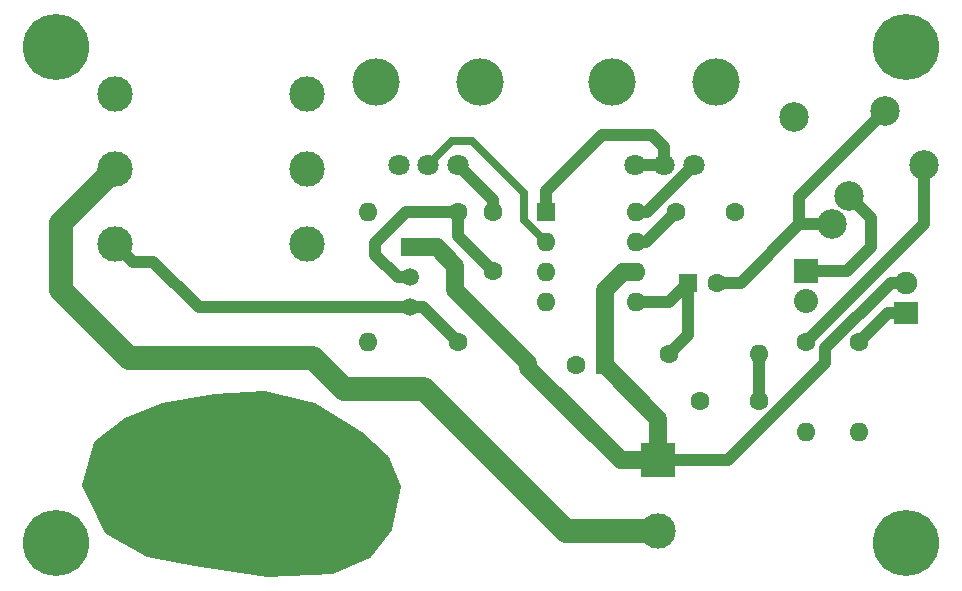
<source format=gtl>
G04 #@! TF.GenerationSoftware,KiCad,Pcbnew,no-vcs-found-8c7175b~60~ubuntu16.04.1*
G04 #@! TF.CreationDate,2017-09-13T21:37:39+02:00*
G04 #@! TF.ProjectId,ruby,727562792E6B696361645F7063620000,rev?*
G04 #@! TF.SameCoordinates,Original*
G04 #@! TF.FileFunction,Copper,L1,Top,Signal*
G04 #@! TF.FilePolarity,Positive*
%FSLAX46Y46*%
G04 Gerber Fmt 4.6, Leading zero omitted, Abs format (unit mm)*
G04 Created by KiCad (PCBNEW no-vcs-found-8c7175b~60~ubuntu16.04.1) date Wed Sep 13 21:37:39 2017*
%MOMM*%
%LPD*%
G01*
G04 APERTURE LIST*
%ADD10C,1.800000*%
%ADD11C,4.000000*%
%ADD12C,5.600000*%
%ADD13C,3.000000*%
%ADD14C,1.600000*%
%ADD15R,1.600000X1.600000*%
%ADD16R,3.000000X3.000000*%
%ADD17R,1.520000X1.520000*%
%ADD18C,1.520000*%
%ADD19O,1.600000X1.600000*%
%ADD20O,2.032000X2.032000*%
%ADD21R,2.032000X2.032000*%
%ADD22C,2.500000*%
%ADD23C,1.900000*%
%ADD24R,2.000000X1.900000*%
%ADD25C,1.000000*%
%ADD26C,1.500000*%
%ADD27C,2.000000*%
%ADD28C,0.700000*%
%ADD29C,0.254000*%
G04 APERTURE END LIST*
D10*
X123000000Y-74000000D03*
X125500000Y-74000000D03*
X128000000Y-74000000D03*
D11*
X121100000Y-67000000D03*
X129900000Y-67000000D03*
X109900000Y-67000000D03*
X101100000Y-67000000D03*
D10*
X108000000Y-74000000D03*
X105500000Y-74000000D03*
X103000000Y-74000000D03*
D12*
X146000000Y-64000000D03*
X146000000Y-106000000D03*
X74000000Y-106000000D03*
X74000000Y-64000000D03*
D13*
X79000000Y-68000000D03*
X79000000Y-80700000D03*
X79000000Y-74350000D03*
X95230000Y-68000000D03*
X95230000Y-80700000D03*
X95230000Y-74350000D03*
D14*
X111000000Y-83000000D03*
X111000000Y-78000000D03*
X118000000Y-91000000D03*
D15*
X120500000Y-91000000D03*
D14*
X126500000Y-78000000D03*
X131500000Y-78000000D03*
X133500000Y-94000000D03*
X128500000Y-94000000D03*
X130000000Y-84000000D03*
D15*
X127500000Y-84000000D03*
D16*
X125000000Y-99000000D03*
D13*
X125000000Y-105000000D03*
D17*
X104000000Y-81000000D03*
D18*
X104000000Y-86080000D03*
X104000000Y-83540000D03*
D19*
X100380000Y-89000000D03*
D14*
X108000000Y-89000000D03*
X108000000Y-78000000D03*
D19*
X100380000Y-78000000D03*
D14*
X125880000Y-90000000D03*
D19*
X133500000Y-90000000D03*
X137500000Y-96620000D03*
D14*
X137500000Y-89000000D03*
D19*
X123120000Y-78000000D03*
X115500000Y-85620000D03*
X123120000Y-80540000D03*
X115500000Y-83080000D03*
X123120000Y-83080000D03*
X115500000Y-80540000D03*
X123120000Y-85620000D03*
D15*
X115500000Y-78000000D03*
D20*
X137500000Y-85540000D03*
D21*
X137500000Y-83000000D03*
D22*
X147500000Y-74000000D03*
X144200000Y-69450000D03*
X136500000Y-70000000D03*
X139700000Y-79050000D03*
X141100000Y-76650000D03*
D23*
X146000000Y-84000000D03*
D24*
X146000000Y-86540000D03*
D19*
X142000000Y-96620000D03*
D14*
X142000000Y-89000000D03*
D25*
X108000000Y-78000000D02*
X108000000Y-80000000D01*
X108000000Y-80000000D02*
X111000000Y-83000000D01*
X101000000Y-80600000D02*
X103600000Y-78000000D01*
X103600000Y-78000000D02*
X108000000Y-78000000D01*
X101000000Y-81614802D02*
X101000000Y-80600000D01*
X104000000Y-83540000D02*
X102925198Y-83540000D01*
X102925198Y-83540000D02*
X101000000Y-81614802D01*
X111000000Y-78000000D02*
X111000000Y-77000000D01*
X111000000Y-77000000D02*
X108000000Y-74000000D01*
X146000000Y-84000000D02*
X144656498Y-84000000D01*
X144656498Y-84000000D02*
X139100001Y-89556497D01*
X139100001Y-89556497D02*
X139100001Y-90768001D01*
X139100001Y-90768001D02*
X130868002Y-99000000D01*
X130868002Y-99000000D02*
X127500000Y-99000000D01*
X127500000Y-99000000D02*
X125000000Y-99000000D01*
D26*
X120500000Y-91000000D02*
X120500000Y-84568630D01*
X120500000Y-84568630D02*
X121988630Y-83080000D01*
X121988630Y-83080000D02*
X123120000Y-83080000D01*
X125000000Y-99000000D02*
X125000000Y-95500000D01*
X125000000Y-95500000D02*
X120500000Y-91000000D01*
X114000000Y-91200000D02*
X121800000Y-99000000D01*
X121800000Y-99000000D02*
X125000000Y-99000000D01*
X114000000Y-90800000D02*
X114000000Y-91200000D01*
X107800000Y-84600000D02*
X114000000Y-90800000D01*
X107800000Y-82540000D02*
X107800000Y-84600000D01*
X104000000Y-81000000D02*
X106260000Y-81000000D01*
X106260000Y-81000000D02*
X107800000Y-82540000D01*
D25*
X123760000Y-99000000D02*
X125000000Y-99000000D01*
X123120000Y-80540000D02*
X123960000Y-80540000D01*
X123960000Y-80540000D02*
X126500000Y-78000000D01*
X133500000Y-90000000D02*
X133500000Y-94000000D01*
X136950000Y-79050000D02*
X136950000Y-76700000D01*
X136950000Y-76700000D02*
X144200000Y-69450000D01*
X132000000Y-84000000D02*
X136950000Y-79050000D01*
X136950000Y-79050000D02*
X139700000Y-79050000D01*
X130000000Y-84000000D02*
X132000000Y-84000000D01*
X127500000Y-84000000D02*
X127500000Y-88380000D01*
X127500000Y-88380000D02*
X125880000Y-90000000D01*
X123120000Y-85620000D02*
X125880000Y-85620000D01*
X125880000Y-85620000D02*
X127500000Y-84000000D01*
D27*
X74400000Y-84600000D02*
X74400000Y-78950000D01*
X74400000Y-78950000D02*
X79000000Y-74350000D01*
X80200000Y-90400000D02*
X74400000Y-84600000D01*
X95800000Y-90400000D02*
X80200000Y-90400000D01*
X98400000Y-93000000D02*
X95800000Y-90400000D01*
X105200000Y-93000000D02*
X98400000Y-93000000D01*
X117200000Y-105000000D02*
X105200000Y-93000000D01*
X125000000Y-105000000D02*
X117200000Y-105000000D01*
D25*
X104000000Y-86080000D02*
X105080000Y-86080000D01*
X105080000Y-86080000D02*
X108000000Y-89000000D01*
X82199999Y-82199999D02*
X86080000Y-86080000D01*
X86080000Y-86080000D02*
X104000000Y-86080000D01*
X79000000Y-80700000D02*
X80499999Y-82199999D01*
X80499999Y-82199999D02*
X82199999Y-82199999D01*
X137500000Y-89000000D02*
X147500000Y-79000000D01*
X147500000Y-79000000D02*
X147500000Y-74000000D01*
D28*
X106399999Y-73100001D02*
X105500000Y-74000000D01*
X107500000Y-72000000D02*
X106399999Y-73100001D01*
X109200000Y-72000000D02*
X107500000Y-72000000D01*
X113600011Y-76400011D02*
X109200000Y-72000000D01*
X115500000Y-80540000D02*
X113600011Y-78640011D01*
X113600011Y-78640011D02*
X113600011Y-76400011D01*
D25*
X123120000Y-78000000D02*
X124000000Y-78000000D01*
X124000000Y-78000000D02*
X128000000Y-74000000D01*
X125500000Y-74000000D02*
X123000000Y-74000000D01*
X123120000Y-74120000D02*
X123000000Y-74000000D01*
X120200000Y-71500000D02*
X124500000Y-71500000D01*
X125500000Y-74000000D02*
X125500000Y-72500000D01*
X125500000Y-72500000D02*
X124500000Y-71500000D01*
X115500000Y-78000000D02*
X115500000Y-76200000D01*
X115500000Y-76200000D02*
X120200000Y-71500000D01*
X143000000Y-81000000D02*
X143000000Y-78550000D01*
X143000000Y-78550000D02*
X141100000Y-76650000D01*
X141000000Y-83000000D02*
X143000000Y-81000000D01*
X137500000Y-83000000D02*
X141000000Y-83000000D01*
X146000000Y-86540000D02*
X144460000Y-86540000D01*
X144460000Y-86540000D02*
X142000000Y-89000000D01*
D29*
G36*
X95850484Y-94268818D02*
X99823622Y-96752028D01*
X102043217Y-98725002D01*
X103018062Y-101162114D01*
X102281385Y-104845498D01*
X100519195Y-107097185D01*
X97369833Y-108524240D01*
X91907224Y-108772540D01*
X85671747Y-107774864D01*
X81694433Y-107029118D01*
X78246395Y-105058810D01*
X76285108Y-101136237D01*
X77261436Y-97475008D01*
X79863087Y-95511497D01*
X82934596Y-94272986D01*
X87414207Y-93526384D01*
X91638955Y-93277869D01*
X95850484Y-94268818D01*
X95850484Y-94268818D01*
G37*
X95850484Y-94268818D02*
X99823622Y-96752028D01*
X102043217Y-98725002D01*
X103018062Y-101162114D01*
X102281385Y-104845498D01*
X100519195Y-107097185D01*
X97369833Y-108524240D01*
X91907224Y-108772540D01*
X85671747Y-107774864D01*
X81694433Y-107029118D01*
X78246395Y-105058810D01*
X76285108Y-101136237D01*
X77261436Y-97475008D01*
X79863087Y-95511497D01*
X82934596Y-94272986D01*
X87414207Y-93526384D01*
X91638955Y-93277869D01*
X95850484Y-94268818D01*
M02*

</source>
